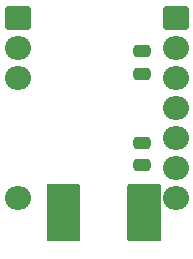
<source format=gbr>
%TF.GenerationSoftware,KiCad,Pcbnew,8.0.4*%
%TF.CreationDate,2024-09-15T22:21:47-03:00*%
%TF.ProjectId,PCBWay-Module_TA6586,50434257-6179-42d4-9d6f-64756c655f54,rev?*%
%TF.SameCoordinates,Original*%
%TF.FileFunction,Soldermask,Bot*%
%TF.FilePolarity,Negative*%
%FSLAX46Y46*%
G04 Gerber Fmt 4.6, Leading zero omitted, Abs format (unit mm)*
G04 Created by KiCad (PCBNEW 8.0.4) date 2024-09-15 22:21:47*
%MOMM*%
%LPD*%
G01*
G04 APERTURE LIST*
G04 Aperture macros list*
%AMRoundRect*
0 Rectangle with rounded corners*
0 $1 Rounding radius*
0 $2 $3 $4 $5 $6 $7 $8 $9 X,Y pos of 4 corners*
0 Add a 4 corners polygon primitive as box body*
4,1,4,$2,$3,$4,$5,$6,$7,$8,$9,$2,$3,0*
0 Add four circle primitives for the rounded corners*
1,1,$1+$1,$2,$3*
1,1,$1+$1,$4,$5*
1,1,$1+$1,$6,$7*
1,1,$1+$1,$8,$9*
0 Add four rect primitives between the rounded corners*
20,1,$1+$1,$2,$3,$4,$5,0*
20,1,$1+$1,$4,$5,$6,$7,0*
20,1,$1+$1,$6,$7,$8,$9,0*
20,1,$1+$1,$8,$9,$2,$3,0*%
G04 Aperture macros list end*
%ADD10RoundRect,0.250000X0.850000X0.750000X-0.850000X0.750000X-0.850000X-0.750000X0.850000X-0.750000X0*%
%ADD11O,2.200000X2.000000*%
%ADD12RoundRect,0.250000X0.475000X-0.250000X0.475000X0.250000X-0.475000X0.250000X-0.475000X-0.250000X0*%
G04 APERTURE END LIST*
D10*
%TO.C,J1*%
X140000000Y-69500000D03*
D11*
X140000000Y-72040000D03*
X140000000Y-74580000D03*
X140000000Y-84740000D03*
%TD*%
D12*
%TO.C,C1*%
X150550000Y-74250000D03*
X150550000Y-72350000D03*
%TD*%
%TO.C,C2*%
X150550000Y-82000000D03*
X150550000Y-80100000D03*
%TD*%
D10*
%TO.C,J2*%
X153400000Y-69500000D03*
D11*
X153400000Y-72040000D03*
X153400000Y-74580000D03*
X153400000Y-77120000D03*
X153400000Y-79660000D03*
X153400000Y-82200000D03*
X153400000Y-84740000D03*
%TD*%
G36*
X152093039Y-83619685D02*
G01*
X152138794Y-83672489D01*
X152150000Y-83724000D01*
X152150000Y-88276000D01*
X152130315Y-88343039D01*
X152077511Y-88388794D01*
X152026000Y-88400000D01*
X149424000Y-88400000D01*
X149356961Y-88380315D01*
X149311206Y-88327511D01*
X149300000Y-88276000D01*
X149300000Y-83724000D01*
X149319685Y-83656961D01*
X149372489Y-83611206D01*
X149424000Y-83600000D01*
X152026000Y-83600000D01*
X152093039Y-83619685D01*
G37*
G36*
X145243039Y-83619685D02*
G01*
X145288794Y-83672489D01*
X145300000Y-83724000D01*
X145300000Y-88276000D01*
X145280315Y-88343039D01*
X145227511Y-88388794D01*
X145176000Y-88400000D01*
X142574000Y-88400000D01*
X142506961Y-88380315D01*
X142461206Y-88327511D01*
X142450000Y-88276000D01*
X142450000Y-83724000D01*
X142469685Y-83656961D01*
X142522489Y-83611206D01*
X142574000Y-83600000D01*
X145176000Y-83600000D01*
X145243039Y-83619685D01*
G37*
M02*

</source>
